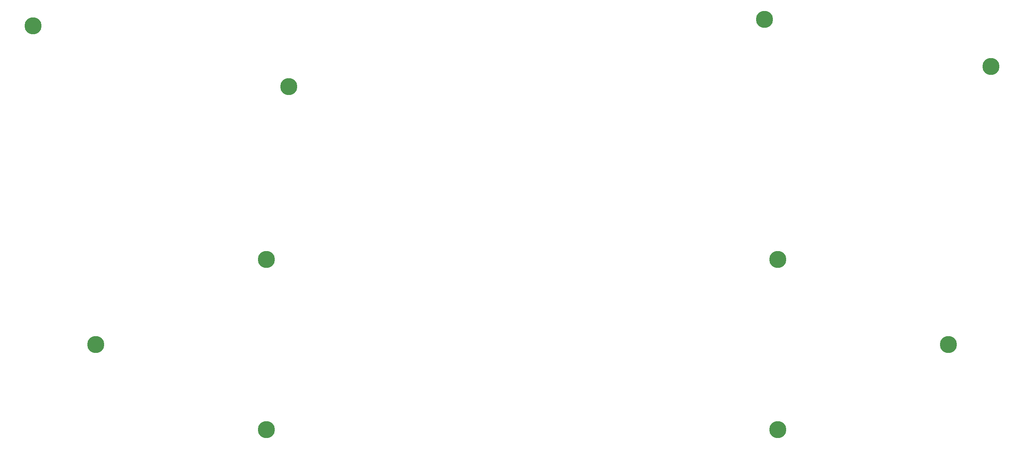
<source format=gts>
G04 #@! TF.FileFunction,Soldermask,Top*
%FSLAX46Y46*%
G04 Gerber Fmt 4.6, Leading zero omitted, Abs format (unit mm)*
G04 Created by KiCad (PCBNEW 4.0.7) date 09/10/18 23:50:29*
%MOMM*%
%LPD*%
G01*
G04 APERTURE LIST*
%ADD10C,0.100000*%
%ADD11C,3.800000*%
G04 APERTURE END LIST*
D10*
D11*
X243500000Y-111500000D03*
X202500000Y-39000000D03*
X96500000Y-54000000D03*
X39500000Y-40500000D03*
X205500000Y-92500000D03*
X91500000Y-92500000D03*
X53500000Y-111500000D03*
X91500000Y-130500000D03*
X205500000Y-130500000D03*
X253000000Y-49500000D03*
M02*

</source>
